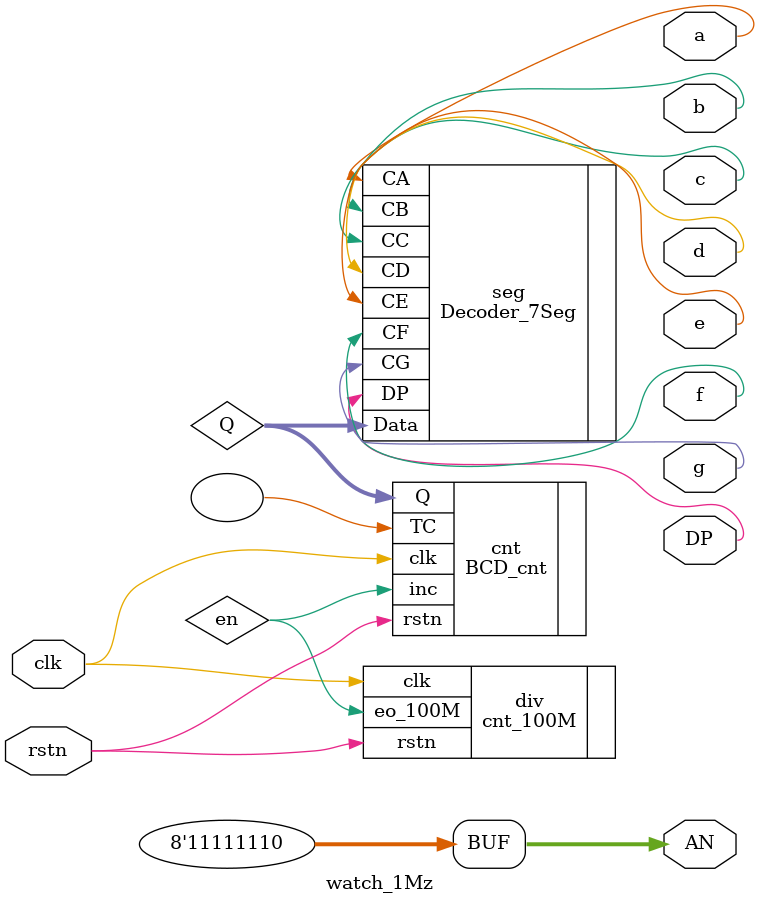
<source format=v>
`timescale 1ns / 1ps


module watch_1Mz(
    input clk, input rstn,
    output a, b, c, d, e, f, g, DP,
    output [7:0] AN 
);

    wire en;
    wire [3:0] Q;
    
    BCD_cnt cnt ( .Q(Q), .TC(), .inc(en), .rstn(rstn), .clk(clk) );
    cnt_100M div ( .clk(clk), .rstn(rstn), .eo_100M(en) );
    Decoder_7Seg seg (.Data(Q), .CA(a), .CB(b), .CC(c), .CD(d), .CE(e), .CF(f), .CG(g), .DP(DP));
    
    assign AN = 8'b1111_1110;
    
  
endmodule

</source>
